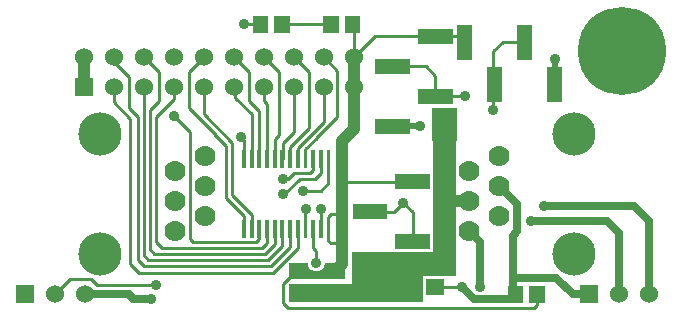
<source format=gbr>
G04 start of page 2 for group 0 idx 0 *
G04 Title: (unknown), component *
G04 Creator: pcb 20140316 *
G04 CreationDate: Sat 04 Mar 2017 04:47:10 AM GMT UTC *
G04 For: petersen *
G04 Format: Gerber/RS-274X *
G04 PCB-Dimensions (mil): 2220.00 1040.00 *
G04 PCB-Coordinate-Origin: lower left *
%MOIN*%
%FSLAX25Y25*%
%LNTOP*%
%ADD27C,0.0300*%
%ADD26C,0.1280*%
%ADD25C,0.0380*%
%ADD24C,0.1285*%
%ADD23C,0.0360*%
%ADD22R,0.0500X0.0500*%
%ADD21R,0.0512X0.0512*%
%ADD20R,0.0130X0.0130*%
%ADD19C,0.0700*%
%ADD18C,0.0600*%
%ADD17C,0.1440*%
%ADD16C,0.2937*%
%ADD15C,0.0200*%
%ADD14C,0.0250*%
%ADD13C,0.0400*%
%ADD12C,0.0100*%
%ADD11C,0.0001*%
G54D11*G36*
X95121Y17500D02*X101191D01*
X101226Y17061D01*
X101329Y16632D01*
X101497Y16225D01*
X101728Y15849D01*
X102014Y15514D01*
X102349Y15228D01*
X102725Y14997D01*
X103132Y14829D01*
X103561Y14726D01*
X104000Y14691D01*
X104439Y14726D01*
X104868Y14829D01*
X105275Y14997D01*
X105651Y15228D01*
X105986Y15514D01*
X106272Y15849D01*
X106503Y16225D01*
X106671Y16632D01*
X106774Y17061D01*
X106800Y17500D01*
X113500D01*
Y12000D01*
X95000D01*
Y17379D01*
X95121Y17500D01*
G37*
G36*
X95000Y10500D02*X139500D01*
Y4500D01*
X95000D01*
Y10500D01*
G37*
G36*
X150500Y13000D02*X146637D01*
X146609Y13007D01*
X146452Y13016D01*
X143000Y13011D01*
Y65500D01*
X150500D01*
Y48176D01*
X150486Y48000D01*
X150500Y47824D01*
Y38176D01*
X150486Y38000D01*
X150500Y37824D01*
Y28176D01*
X150486Y28000D01*
X150500Y27824D01*
Y13000D01*
G37*
G36*
X116000Y4500D02*Y21000D01*
X139500D01*
Y4500D01*
X116000D01*
G37*
G36*
X150500Y13000D02*X146637D01*
X146609Y13007D01*
X146452Y13016D01*
X140391Y13007D01*
X140363Y13000D01*
X116000D01*
Y21000D01*
X150500D01*
Y13000D01*
G37*
G36*
X142500Y58000D02*Y69000D01*
X151000D01*
Y58000D01*
X142500D01*
G37*
G54D12*X136087Y24500D02*Y34413D01*
X133000Y37500D01*
G54D13*X155000Y38000D02*X146500D01*
G54D12*X121913Y34500D02*X130000D01*
X133000Y37500D01*
X136087Y44500D02*X112500D01*
G54D14*X175500Y31500D02*X201000D01*
X205000Y27500D01*
X180000Y36500D02*X210000D01*
X215000Y31500D01*
G54D12*X165075Y43000D02*X165575Y43500D01*
G54D14*X169500Y26500D02*X171000Y28000D01*
Y37000D01*
X165000Y43000D01*
X169500Y5500D02*Y26500D01*
X152500Y9500D03*
X156500Y5500D01*
X169500D01*
X158500Y9500D02*Y24500D01*
X155000Y28000D01*
X205000Y27500D02*Y7000D01*
X215000Y31500D02*Y7000D01*
G54D12*X152500Y9500D02*X143500D01*
X176500Y2500D02*X94500D01*
X93000Y4000D02*X94500Y2500D01*
G54D14*X169500Y12500D02*X184000D01*
X189500Y7000D01*
X195000D01*
G54D12*X176500Y2500D02*X177500Y3500D01*
Y7000D01*
G54D13*X26500Y86500D02*Y76000D01*
G54D12*X36500D02*Y71000D01*
X42000Y65500D01*
X41500Y79500D02*Y69000D01*
X44500Y66000D01*
X36500Y86000D02*Y84500D01*
X41500Y79500D01*
X46500Y86000D02*X51500Y81000D01*
Y71500D01*
X48500Y68500D01*
X50500Y66000D02*X56500Y72000D01*
Y76500D01*
X42000Y65500D02*Y17000D01*
X44500Y66000D02*Y18500D01*
X46500Y76000D02*Y20000D01*
X48500Y68500D02*Y22000D01*
X50500Y24500D02*Y66000D01*
X46500Y20000D02*X48000Y18500D01*
X52500Y22500D02*X50500Y24500D01*
X48500Y22000D02*X50000Y20500D01*
X44500Y18500D02*X46500Y16500D01*
X42000Y17000D02*X45000Y14000D01*
X50500Y10000D02*X31000D01*
G54D14*X49000Y5500D02*X43000D01*
X41500Y7000D01*
X27000D01*
G54D12*X31000Y10000D02*X29000Y12000D01*
X22000D01*
X17000Y7000D01*
X101500Y81000D02*X96500Y86000D01*
X91500Y81000D02*X86500Y86000D01*
X81500Y81000D02*X76500Y86000D01*
X61500Y81000D02*X66500Y86000D01*
X80000Y97000D02*X85457D01*
X108957D02*X92543D01*
X153500Y93000D02*X123500D01*
X166087Y91087D02*X173500D01*
X123500Y93000D02*X116500Y86000D01*
Y97000D01*
X129413Y83000D02*X140500D01*
G54D15*X129413Y63000D02*X138500D01*
G54D12*X140500Y83000D02*X143587Y79913D01*
Y73000D01*
X153500D01*
X163000Y68500D02*Y88000D01*
X166087Y91087D01*
G54D15*X183500Y85500D02*Y76913D01*
G54D12*X96500Y61000D02*Y76500D01*
X91500Y60000D02*Y81000D01*
X87603Y70397D02*X86500Y71500D01*
Y76000D01*
X101500Y62500D02*X95250Y56250D01*
X90162Y58662D02*X91500Y60000D01*
X66500Y76000D02*Y67000D01*
X70500Y60000D02*X61500Y69000D01*
Y81000D01*
X85000Y68000D02*X81500Y71500D01*
Y81000D01*
X87603Y52114D02*Y70397D01*
X85044Y67956D02*X84000Y69000D01*
X82485Y52114D02*Y67015D01*
X85044Y52114D02*Y67956D01*
X82500Y67000D02*X77000Y72500D01*
Y76000D01*
X66500Y67000D02*X76000Y57500D01*
X82485Y67015D02*X81250Y68250D01*
X62000Y61000D02*X56500Y66500D01*
X93000Y57500D02*X96500Y61000D01*
X94500Y59000D02*X92750Y57250D01*
Y52143D02*X92721Y52114D01*
X103500Y45500D02*X98500D01*
X93000D02*X94500D01*
X96500Y47500D01*
X102000D02*X96500D01*
X92750Y57250D02*Y52143D01*
X95250Y56250D02*Y52143D01*
X95279Y52114D01*
X97838D02*Y55838D01*
X90162Y52114D02*Y58662D01*
X111000Y81500D02*X106500Y86000D01*
X101500Y62500D02*Y81000D01*
X106500Y64500D02*Y76000D01*
X104000Y59000D02*X111000Y66000D01*
Y81500D01*
G54D13*X112500Y54500D02*Y58000D01*
X116500Y62000D02*Y86000D01*
G54D12*X97838Y55838D02*X106500Y64500D01*
G54D13*X112500Y58000D02*X116500Y62000D01*
G54D12*X100397Y52114D02*Y55397D01*
X104250Y59250D01*
X102956Y52114D02*Y48456D01*
X102000Y47500D01*
X103500Y45500D02*X105500Y47500D01*
Y52099D01*
X105515Y52114D01*
X108000Y44000D02*Y52040D01*
X108074Y52114D01*
X79000Y59500D02*Y59000D01*
X74000Y39000D02*Y56500D01*
X70000Y60500D01*
X79926Y52114D02*Y58574D01*
X79000Y59500D01*
X76000Y57500D02*Y40000D01*
X79926Y33074D02*X74000Y39000D01*
X82485Y33515D02*X76000Y40000D01*
X62000Y25500D02*Y61000D01*
X84000Y24500D02*X63000D01*
X85044Y25544D02*X84000Y24500D01*
X63000D02*X62000Y25500D01*
X89500Y14000D02*X45000D01*
X89000Y16500D02*X46500D01*
X88000Y18500D02*X48000D01*
X50000Y20500D02*X87000D01*
X52500Y22500D02*X86000D01*
X92721Y23221D02*X88000Y18500D01*
X95279Y22779D02*X89000Y16500D01*
X97838Y22338D02*X89500Y14000D01*
X100500Y35000D02*X100000Y35500D01*
X98500Y45500D02*X93000Y40000D01*
X100397Y35397D02*X100500Y35500D01*
X92721Y28886D02*Y23221D01*
X95279Y28886D02*Y22779D01*
X97838Y28886D02*Y22338D01*
X97043Y14543D02*X93000Y10500D01*
Y4000D01*
X79926Y28886D02*Y33074D01*
X82485Y28886D02*Y33515D01*
X85044Y28886D02*Y25544D01*
X87603Y28886D02*Y24103D01*
X90162Y28886D02*Y23662D01*
X87603Y24103D02*X86000Y22500D01*
X90162Y23662D02*X87000Y20500D01*
X100397Y28886D02*Y35397D01*
X105515Y28886D02*Y35485D01*
X102956Y28886D02*Y22544D01*
X104000Y21500D01*
Y17500D01*
X108074Y24926D02*X109000Y24000D01*
X112500D01*
X108074Y24926D02*Y32846D01*
G54D13*X112500Y17043D02*X110000Y14543D01*
G54D12*X105515Y35485D02*X105500Y35500D01*
G54D13*X112500Y55500D02*Y17043D01*
G54D12*X108074Y32846D02*X109000Y33772D01*
X112500D01*
X108000Y44000D02*X105500Y41500D01*
X99500D01*
G54D16*X206000Y88000D03*
G54D11*G36*
X192000Y10000D02*Y4000D01*
X198000D01*
Y10000D01*
X192000D01*
G37*
G54D17*X190000Y20500D03*
Y60500D03*
G54D18*X205000Y7000D03*
X215000D03*
G54D19*X155000Y28000D03*
Y38000D03*
Y48000D03*
X165000Y33000D03*
Y43000D03*
Y53000D03*
G54D11*G36*
X23500Y79000D02*Y73000D01*
X29500D01*
Y79000D01*
X23500D01*
G37*
G54D18*X36500Y76000D03*
X26500Y86000D03*
X36500D03*
X56500Y76000D03*
X66500D03*
X76500D03*
X46500D03*
Y86000D03*
X56500D03*
X66500D03*
X76500D03*
X86500D03*
X96500D03*
X106500D03*
X116500D03*
X86500Y76000D03*
X96500D03*
X106500D03*
X116500D03*
G54D19*X67000Y53000D03*
Y43000D03*
Y33000D03*
X57000Y48000D03*
Y38000D03*
Y28000D03*
G54D17*X32000Y60500D03*
Y20500D03*
G54D11*G36*
X4000Y10000D02*Y4000D01*
X10000D01*
Y10000D01*
X4000D01*
G37*
G54D18*X17000Y7000D03*
X27000D03*
G54D20*X108074Y54417D02*Y49811D01*
X105515Y54417D02*Y49811D01*
X102956Y54417D02*Y49811D01*
X100397Y54417D02*Y49811D01*
X97838Y54417D02*Y49811D01*
X95279Y54417D02*Y49811D01*
X92721Y54417D02*Y49811D01*
X90162Y54417D02*Y49811D01*
G54D21*X116043Y97393D02*Y96607D01*
X108957Y97393D02*Y96607D01*
X85457Y97393D02*Y96607D01*
X92543Y97393D02*Y96607D01*
G54D22*X140260Y93000D02*X146913D01*
X126087Y83000D02*X132740D01*
X140260Y73000D02*X146913D01*
X163500Y80240D02*Y73587D01*
X183500Y80240D02*Y73587D01*
X126087Y63000D02*X132740D01*
X153500Y94413D02*Y87760D01*
X173500Y94413D02*Y87760D01*
G54D20*X87603Y54417D02*Y49811D01*
X85044Y54417D02*Y49811D01*
X82485Y54417D02*Y49811D01*
X79926Y54417D02*Y49811D01*
Y31189D02*Y26583D01*
X82485Y31189D02*Y26583D01*
X85044Y31189D02*Y26583D01*
X87603Y31189D02*Y26583D01*
X90162Y31189D02*Y26583D01*
X92721Y31189D02*Y26583D01*
X95279Y31189D02*Y26583D01*
X97838Y31189D02*Y26583D01*
X100397Y31189D02*Y26583D01*
X102956Y31189D02*Y26583D01*
X105515Y31189D02*Y26583D01*
X108074Y31189D02*Y26583D01*
G54D21*X143107Y9457D02*X143893D01*
X143107Y16543D02*X143893D01*
G54D22*X132760Y44500D02*X139413D01*
X118587Y34500D02*X125240D01*
X132760Y24500D02*X139413D01*
X118587Y14500D02*X125240D01*
G54D21*X109607Y14543D02*X110393D01*
X109607Y7457D02*X110393D01*
X177543Y7393D02*Y6607D01*
X170457Y7393D02*Y6607D01*
X97607Y14543D02*X98393D01*
X97607Y7457D02*X98393D01*
G54D23*X105500Y35500D03*
X100500D03*
X99500Y41500D03*
X93000Y40500D03*
Y45500D03*
X104000Y17500D03*
X152500Y9500D03*
X50500Y10000D03*
X49000Y5500D03*
X158500Y9500D03*
X56500Y66500D03*
X79000Y59500D03*
X80000Y97000D03*
X133000Y37500D03*
X146000Y46000D03*
Y50500D03*
X175500Y31500D03*
X180000Y36500D03*
X153500Y73000D03*
X138500Y63000D03*
X145000Y60500D03*
X148500Y62500D03*
X145000Y64500D03*
X148500Y66500D03*
X163000Y68500D03*
X183500Y85500D03*
G54D15*G54D24*G54D25*G54D26*G54D25*G54D27*G54D25*G54D27*G54D26*G54D25*M02*

</source>
